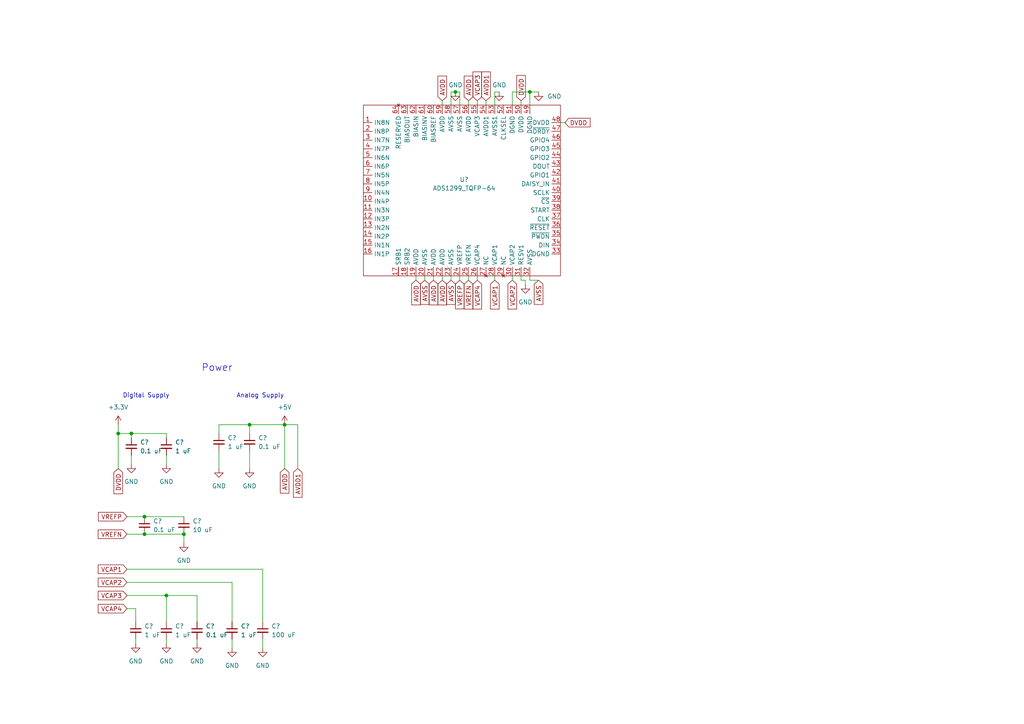
<source format=kicad_sch>
(kicad_sch (version 20211123) (generator eeschema)
  (paper "A4")
  (lib_symbols
    (symbol "ADC:ADS1299_TQFP-64"
      (property "Reference" "U" (at -2.54 -2.54 0))
      (property "Value" "ADS1299_TQFP-64" (at 0 3.81 0))
      (symbol "ADS1299_TQFP-64_0_1"
        (rectangle (start -29.21 24.13) (end 27.94 -25.4))
      )
      (symbol "ADS1299_TQFP-64_1_1"
        (pin input line (at -19.05 -25.4 90) (length 2.54) (name "") (number ""))
        (pin input line (at -29.21 19.05 0) (length 2.54) (name "IN8N") (number "1"))
        (pin input line (at -29.21 -3.81 0) (length 2.54) (name "IN4P") (number "10"))
        (pin input line (at -29.21 -6.35 0) (length 2.54) (name "IN3N") (number "11"))
        (pin input line (at -29.21 -8.89 0) (length 2.54) (name "IN3P") (number "12"))
        (pin input line (at -29.21 -11.43 0) (length 2.54) (name "IN2N") (number "13"))
        (pin input line (at -29.21 -13.97 0) (length 2.54) (name "IN2P") (number "14"))
        (pin input line (at -29.21 -16.51 0) (length 2.54) (name "IN1N") (number "15"))
        (pin input line (at -29.21 -19.05 0) (length 2.54) (name "IN1P") (number "16"))
        (pin input line (at -19.05 -25.4 90) (length 2.54) (name "SRB1") (number "17"))
        (pin input line (at -16.51 -25.4 90) (length 2.54) (name "SRB2") (number "18"))
        (pin input line (at -13.97 -25.4 90) (length 2.54) (name "AVDD") (number "19"))
        (pin input line (at -29.21 16.51 0) (length 2.54) (name "IN8P") (number "2"))
        (pin input line (at -11.43 -25.4 90) (length 2.54) (name "AVSS") (number "20"))
        (pin input line (at -8.89 -25.4 90) (length 2.54) (name "AVDD") (number "21"))
        (pin input line (at -6.35 -25.4 90) (length 2.54) (name "AVDD") (number "22"))
        (pin input line (at -3.81 -25.4 90) (length 2.54) (name "AVSS") (number "23"))
        (pin input line (at -1.27 -25.4 90) (length 2.54) (name "VREFP") (number "24"))
        (pin input line (at 1.27 -25.4 90) (length 2.54) (name "VREFN") (number "25"))
        (pin input line (at 3.81 -25.4 90) (length 2.54) (name "VCAP4") (number "26"))
        (pin no_connect line (at 6.35 -25.4 90) (length 2.54) (name "NC") (number "27"))
        (pin input line (at 8.89 -25.4 90) (length 2.54) (name "VCAP1") (number "28"))
        (pin no_connect line (at 11.43 -25.4 90) (length 2.54) (name "NC") (number "29"))
        (pin input line (at -29.21 13.97 0) (length 2.54) (name "IN7N") (number "3"))
        (pin input line (at 13.97 -25.4 90) (length 2.54) (name "VCAP2") (number "30"))
        (pin input line (at 16.51 -25.4 90) (length 2.54) (name "RESV1") (number "31"))
        (pin input line (at 19.05 -25.4 90) (length 2.54) (name "AVSS") (number "32"))
        (pin input line (at 27.94 -19.05 180) (length 2.54) (name "DGND") (number "33"))
        (pin input line (at 27.94 -16.51 180) (length 2.54) (name "DIN") (number "34"))
        (pin input line (at 27.94 -13.97 180) (length 2.54) (name "~{PWDN}") (number "35"))
        (pin input line (at 27.94 -11.43 180) (length 2.54) (name "~{RESET}") (number "36"))
        (pin input line (at 27.94 -8.89 180) (length 2.54) (name "CLK") (number "37"))
        (pin input line (at 27.94 -6.35 180) (length 2.54) (name "START") (number "38"))
        (pin input line (at 27.94 -3.81 180) (length 2.54) (name "~{CS}") (number "39"))
        (pin input line (at -29.21 11.43 0) (length 2.54) (name "IN7P") (number "4"))
        (pin input line (at 27.94 -1.27 180) (length 2.54) (name "SCLK") (number "40"))
        (pin input line (at 27.94 1.27 180) (length 2.54) (name "DAISY_IN") (number "41"))
        (pin bidirectional line (at 27.94 3.81 180) (length 2.54) (name "GPIO1") (number "42"))
        (pin output line (at 27.94 6.35 180) (length 2.54) (name "DOUT") (number "43"))
        (pin bidirectional line (at 27.94 8.89 180) (length 2.54) (name "GPIO2") (number "44"))
        (pin bidirectional line (at 27.94 11.43 180) (length 2.54) (name "GPIO3") (number "45"))
        (pin bidirectional line (at 27.94 13.97 180) (length 2.54) (name "GPIO4") (number "46"))
        (pin input line (at 27.94 16.51 180) (length 2.54) (name "~{DRDY}") (number "47"))
        (pin input line (at 27.94 19.05 180) (length 2.54) (name "DVDD") (number "48"))
        (pin input line (at 19.05 24.13 270) (length 2.54) (name "DGND") (number "49"))
        (pin input line (at -29.21 8.89 0) (length 2.54) (name "IN6N") (number "5"))
        (pin input line (at 16.51 24.13 270) (length 2.54) (name "DVDD") (number "50"))
        (pin input line (at 13.97 24.13 270) (length 2.54) (name "DGND") (number "51"))
        (pin input line (at 11.43 24.13 270) (length 2.54) (name "CLKSEL") (number "52"))
        (pin input line (at 8.89 24.13 270) (length 2.54) (name "AVSS1") (number "53"))
        (pin input line (at 6.35 24.13 270) (length 2.54) (name "AVDD1") (number "54"))
        (pin input line (at 3.81 24.13 270) (length 2.54) (name "VCAP3") (number "55"))
        (pin input line (at 1.27 24.13 270) (length 2.54) (name "AVDD") (number "56"))
        (pin input line (at -1.27 24.13 270) (length 2.54) (name "AVSS") (number "57"))
        (pin input line (at -3.81 24.13 270) (length 2.54) (name "AVSS") (number "58"))
        (pin input line (at -6.35 24.13 270) (length 2.54) (name "AVDD") (number "59"))
        (pin input line (at -29.21 6.35 0) (length 2.54) (name "IN6P") (number "6"))
        (pin input line (at -8.89 24.13 270) (length 2.54) (name "BIASREF") (number "60"))
        (pin input line (at -11.43 24.13 270) (length 2.54) (name "BIASINV") (number "61"))
        (pin input line (at -13.97 24.13 270) (length 2.54) (name "BIASIN") (number "62"))
        (pin output line (at -16.51 24.13 270) (length 2.54) (name "BIASOUT") (number "63"))
        (pin no_connect line (at -19.05 24.13 270) (length 2.54) (name "RESERVED") (number "64"))
        (pin input line (at -29.21 3.81 0) (length 2.54) (name "IN5N") (number "7"))
        (pin input line (at -29.21 1.27 0) (length 2.54) (name "IN5P") (number "8"))
        (pin input line (at -29.21 -1.27 0) (length 2.54) (name "IN4N") (number "9"))
      )
    )
    (symbol "Device:C_Small" (pin_numbers hide) (pin_names (offset 0.254) hide)
      (property "Reference" "C" (at 0.254 1.778 0))
      (property "Value" "C_Small" (at 0.254 -2.032 0))
      (symbol "C_Small_0_1"
        (polyline (pts (xy -1.524 -0.508) (xy 1.524 -0.508)) (stroke (width 0.3302)))
        (polyline (pts (xy -1.524 0.508) (xy 1.524 0.508)) (stroke (width 0.3048)))
      )
      (symbol "C_Small_1_1"
        (pin passive line (at 0 2.54 270) (length 2.032) (name "~") (number "1"))
        (pin passive line (at 0 -2.54 90) (length 2.032) (name "~") (number "2"))
      )
    )
    (symbol "power:+3.3V" (power) (pin_names (offset 0))
      (property "Value" "+3.3V" (at 0 3.556 0))
      (symbol "+3.3V_0_1"
        (polyline (pts (xy -0.762 1.27) (xy 0 2.54)))
        (polyline (pts (xy 0 0) (xy 0 2.54)))
        (polyline (pts (xy 0 2.54) (xy 0.762 1.27)))
      )
      (symbol "+3.3V_1_1"
        (pin power_in line (at 0 0 90) (length 0) hide (name "+3.3V") (number "1"))
      )
    )
    (symbol "power:+5V" (power) (pin_names (offset 0))
      (property "Value" "+5V" (at 0 3.556 0))
      (symbol "+5V_0_1"
        (polyline (pts (xy -0.762 1.27) (xy 0 2.54)))
        (polyline (pts (xy 0 0) (xy 0 2.54)))
        (polyline (pts (xy 0 2.54) (xy 0.762 1.27)))
      )
      (symbol "+5V_1_1"
        (pin power_in line (at 0 0 90) (length 0) hide (name "+5V") (number "1"))
      )
    )
    (symbol "power:GND" (power) (pin_names (offset 0))
      (property "Value" "GND" (at 0 -3.81 0))
      (symbol "GND_0_1"
        (polyline (pts (xy 0 0) (xy 0 -1.27) (xy 1.27 -1.27) (xy 0 -2.54) (xy -1.27 -1.27) (xy 0 -1.27)))
      )
      (symbol "GND_1_1"
        (pin power_in line (at 0 0 270) (length 0) hide (name "GND") (number "1"))
      )
    )
  )
  (junction (at 153.67 26.67))
  (junction (at 34.29 125.73))
  (junction (at 38.1 125.73))
  (junction (at 41.91 149.86))
  (junction (at 53.34 154.94))
  (junction (at 72.39 123.19))
  (junction (at 132.08 26.67))
  (junction (at 82.55 123.19))
  (junction (at 48.26 172.72))
  (junction (at 41.91 154.94))
  (wire (pts (xy 34.29 125.73) (xy 38.1 125.73)))
  (wire (pts (xy 130.81 26.67) (xy 130.81 30.48)))
  (wire (pts (xy 36.83 172.72) (xy 48.26 172.72)))
  (wire (pts (xy 140.97 29.21) (xy 140.97 30.48)))
  (wire (pts (xy 120.65 80.01) (xy 120.65 81.28)))
  (wire (pts (xy 128.27 80.01) (xy 128.27 81.28)))
  (wire (pts (xy 48.26 132.08) (xy 48.26 134.62)))
  (wire (pts (xy 67.31 168.91) (xy 67.31 180.34)))
  (wire (pts (xy 153.67 81.28) (xy 153.67 80.01)))
  (wire (pts (xy 36.83 176.53) (xy 39.37 176.53)))
  (wire (pts (xy 125.73 80.01) (xy 125.73 81.28)))
  (wire (pts (xy 48.26 185.42) (xy 48.26 186.69)))
  (wire (pts (xy 86.36 123.19) (xy 86.36 135.89)))
  (wire (pts (xy 133.35 26.67) (xy 133.35 30.48)))
  (wire (pts (xy 128.27 29.21) (xy 128.27 30.48)))
  (wire (pts (xy 36.83 154.94) (xy 41.91 154.94)))
  (wire (pts (xy 148.59 80.01) (xy 148.59 81.28)))
  (wire (pts (xy 82.55 123.19) (xy 86.36 123.19)))
  (wire (pts (xy 133.35 26.67) (xy 132.08 26.67)))
  (wire (pts (xy 34.29 123.19) (xy 34.29 125.73)))
  (wire (pts (xy 36.83 165.1) (xy 76.2 165.1)))
  (wire (pts (xy 38.1 132.08) (xy 38.1 134.62)))
  (wire (pts (xy 48.26 125.73) (xy 48.26 127)))
  (wire (pts (xy 143.51 80.01) (xy 143.51 81.28)))
  (wire (pts (xy 151.13 81.28) (xy 151.13 80.01)))
  (wire (pts (xy 36.83 149.86) (xy 41.91 149.86)))
  (wire (pts (xy 34.29 125.73) (xy 34.29 135.89)))
  (wire (pts (xy 143.51 26.67) (xy 143.51 30.48)))
  (wire (pts (xy 123.19 80.01) (xy 123.19 81.28)))
  (wire (pts (xy 143.51 26.67) (xy 144.78 26.67)))
  (wire (pts (xy 53.34 154.94) (xy 53.34 157.48)))
  (wire (pts (xy 133.35 80.01) (xy 133.35 81.28)))
  (wire (pts (xy 148.59 26.67) (xy 153.67 26.67)))
  (wire (pts (xy 41.91 149.86) (xy 53.34 149.86)))
  (wire (pts (xy 162.56 35.56) (xy 163.83 35.56)))
  (wire (pts (xy 36.83 168.91) (xy 67.31 168.91)))
  (wire (pts (xy 130.81 26.67) (xy 132.08 26.67)))
  (wire (pts (xy 67.31 185.42) (xy 67.31 187.96)))
  (wire (pts (xy 72.39 123.19) (xy 63.5 123.19)))
  (wire (pts (xy 151.13 29.21) (xy 151.13 30.48)))
  (wire (pts (xy 39.37 185.42) (xy 39.37 186.69)))
  (wire (pts (xy 76.2 185.42) (xy 76.2 187.96)))
  (wire (pts (xy 39.37 176.53) (xy 39.37 180.34)))
  (wire (pts (xy 72.39 123.19) (xy 72.39 125.73)))
  (wire (pts (xy 48.26 172.72) (xy 57.15 172.72)))
  (wire (pts (xy 153.67 81.28) (xy 156.21 81.28)))
  (wire (pts (xy 152.4 81.28) (xy 152.4 82.55)))
  (wire (pts (xy 130.81 80.01) (xy 130.81 81.28)))
  (wire (pts (xy 138.43 80.01) (xy 138.43 81.28)))
  (wire (pts (xy 138.43 29.21) (xy 138.43 30.48)))
  (wire (pts (xy 76.2 165.1) (xy 76.2 180.34)))
  (wire (pts (xy 82.55 123.19) (xy 82.55 135.89)))
  (wire (pts (xy 72.39 130.81) (xy 72.39 135.89)))
  (wire (pts (xy 38.1 125.73) (xy 38.1 127)))
  (wire (pts (xy 48.26 172.72) (xy 48.26 180.34)))
  (wire (pts (xy 153.67 26.67) (xy 156.21 26.67)))
  (wire (pts (xy 135.89 29.21) (xy 135.89 30.48)))
  (wire (pts (xy 82.55 123.19) (xy 72.39 123.19)))
  (wire (pts (xy 57.15 185.42) (xy 57.15 186.69)))
  (wire (pts (xy 57.15 172.72) (xy 57.15 180.34)))
  (wire (pts (xy 151.13 81.28) (xy 152.4 81.28)))
  (wire (pts (xy 63.5 123.19) (xy 63.5 125.73)))
  (wire (pts (xy 41.91 154.94) (xy 53.34 154.94)))
  (wire (pts (xy 38.1 125.73) (xy 48.26 125.73)))
  (wire (pts (xy 153.67 26.67) (xy 153.67 30.48)))
  (wire (pts (xy 135.89 80.01) (xy 135.89 81.28)))
  (wire (pts (xy 148.59 26.67) (xy 148.59 30.48)))
  (wire (pts (xy 63.5 130.81) (xy 63.5 135.89)))
  (text "Analog Supply\n" (at 68.58 115.57 0) (effects (font (size 1.27 1.27)) (justify left bottom)))
  (text "Power" (at 58.42 107.95 0) (effects (font (size 2 2)) (justify left bottom)))
  (text "Digital Supply\n" (at 35.56 115.57 0) (effects (font (size 1.27 1.27)) (justify left bottom)))
  (global_label "DVDD" (shape input) (at 151.13 29.21 90) (property "Intersheet References" "${INTERSHEET_REFS}" (effects hide)))
  (global_label "VCAP3" (shape input) (at 138.43 29.21 90) (property "Intersheet References" "${INTERSHEET_REFS}" (effects hide)))
  (global_label "AVDD" (shape input) (at 82.55 135.89 270) (property "Intersheet References" "${INTERSHEET_REFS}" (effects hide)))
  (global_label "VCAP3" (shape input) (at 36.83 172.72 180) (property "Intersheet References" "${INTERSHEET_REFS}" (effects hide)))
  (global_label "AVSS" (shape input) (at 123.19 81.28 270) (property "Intersheet References" "${INTERSHEET_REFS}" (effects hide)))
  (global_label "VREFP" (shape input) (at 133.35 81.28 270) (property "Intersheet References" "${INTERSHEET_REFS}" (effects hide)))
  (global_label "AVDD" (shape input) (at 125.73 81.28 270) (property "Intersheet References" "${INTERSHEET_REFS}" (effects hide)))
  (global_label "VCAP2" (shape input) (at 148.59 81.28 270) (property "Intersheet References" "${INTERSHEET_REFS}" (effects hide)))
  (global_label "AVSS" (shape input) (at 156.21 81.28 270) (property "Intersheet References" "${INTERSHEET_REFS}" (effects hide)))
  (global_label "VCAP2" (shape input) (at 36.83 168.91 180) (property "Intersheet References" "${INTERSHEET_REFS}" (effects hide)))
  (global_label "AVDD" (shape input) (at 128.27 29.21 90) (property "Intersheet References" "${INTERSHEET_REFS}" (effects hide)))
  (global_label "VREFP" (shape input) (at 36.83 149.86 180) (property "Intersheet References" "${INTERSHEET_REFS}" (effects hide)))
  (global_label "VCAP1" (shape input) (at 143.51 81.28 270) (property "Intersheet References" "${INTERSHEET_REFS}" (effects hide)))
  (global_label "AVDD1" (shape input) (at 86.36 135.89 270) (property "Intersheet References" "${INTERSHEET_REFS}" (effects hide)))
  (global_label "AVDD1" (shape input) (at 140.97 29.21 90) (property "Intersheet References" "${INTERSHEET_REFS}" (effects hide)))
  (global_label "VCAP4" (shape input) (at 36.83 176.53 180) (property "Intersheet References" "${INTERSHEET_REFS}" (effects hide)))
  (global_label "AVDD" (shape input) (at 135.89 29.21 90) (property "Intersheet References" "${INTERSHEET_REFS}" (effects hide)))
  (global_label "VREFN" (shape input) (at 36.83 154.94 180) (property "Intersheet References" "${INTERSHEET_REFS}" (effects hide)))
  (global_label "VREFN" (shape input) (at 135.89 81.28 270) (property "Intersheet References" "${INTERSHEET_REFS}" (effects hide)))
  (global_label "AVDD" (shape input) (at 120.65 81.28 270) (property "Intersheet References" "${INTERSHEET_REFS}" (effects hide)))
  (global_label "VCAP4" (shape input) (at 138.43 81.28 270) (property "Intersheet References" "${INTERSHEET_REFS}" (effects hide)))
  (global_label "VCAP1" (shape input) (at 36.83 165.1 180) (property "Intersheet References" "${INTERSHEET_REFS}" (effects hide)))
  (global_label "AVSS" (shape input) (at 130.81 81.28 270) (property "Intersheet References" "${INTERSHEET_REFS}" (effects hide)))
  (global_label "AVDD" (shape input) (at 128.27 81.28 270) (property "Intersheet References" "${INTERSHEET_REFS}" (effects hide)))
  (global_label "DVDD" (shape input) (at 163.83 35.56 0) (property "Intersheet References" "${INTERSHEET_REFS}" (effects hide)))
  (global_label "DVDD" (shape input) (at 34.29 135.89 270) (property "Intersheet References" "${INTERSHEET_REFS}" (effects hide)))
  (symbol (lib_id "Device:C_Small") (at 41.91 152.4 0) (unit 1)
    (property "Reference" "C?" (at 44.45 151.1362 0) (effects (justify left)))
    (property "Value" "0.1 uF" (at 44.45 153.6762 0) (effects (justify left)))
  )
  (symbol (lib_id "Device:C_Small") (at 53.34 152.4 0) (unit 1)
    (property "Reference" "C?" (at 55.88 151.1362 0) (effects (justify left)))
    (property "Value" "10 uF" (at 55.88 153.6762 0) (effects (justify left)))
  )
  (symbol (lib_id "power:GND") (at 72.39 135.89 0) (unit 1)
    (property "Reference" "#PWR?" (effects hide))
    (property "Value" "GND" (at 72.39 140.97 0))
  )
  (symbol (lib_id "power:GND") (at 144.78 26.67 0) (unit 1)
    (property "Reference" "#PWR?" (effects hide))
    (property "Value" "GND" (at 142.7759 24.6594 0) (effects (justify left)))
  )
  (symbol (lib_id "Device:C_Small") (at 57.15 182.88 0) (unit 1)
    (property "Reference" "C?" (at 59.69 181.6162 0) (effects (justify left)))
    (property "Value" "0.1 uF" (at 59.69 184.1562 0) (effects (justify left)))
  )
  (symbol (lib_id "power:GND") (at 132.08 26.67 0) (unit 1)
    (property "Reference" "#PWR?" (effects hide))
    (property "Value" "GND" (at 130.0759 24.6594 0) (effects (justify left)))
  )
  (symbol (lib_id "Device:C_Small") (at 48.26 182.88 0) (unit 1)
    (property "Reference" "C?" (at 50.8 181.6162 0) (effects (justify left)))
    (property "Value" "1 uF" (at 50.8 184.1562 0) (effects (justify left)))
  )
  (symbol (lib_id "Device:C_Small") (at 63.5 128.27 0) (unit 1)
    (property "Reference" "C?" (at 66.04 127.0062 0) (effects (justify left)))
    (property "Value" "1 uF" (at 66.04 129.5462 0) (effects (justify left)))
  )
  (symbol (lib_id "power:GND") (at 39.37 186.69 0) (unit 1)
    (property "Reference" "#PWR?" (effects hide))
    (property "Value" "GND" (at 39.37 191.77 0))
  )
  (symbol (lib_id "power:GND") (at 67.31 187.96 0) (unit 1)
    (property "Reference" "#PWR?" (effects hide))
    (property "Value" "GND" (at 67.31 193.04 0))
  )
  (symbol (lib_id "power:GND") (at 48.26 186.69 0) (unit 1)
    (property "Reference" "#PWR?" (effects hide))
    (property "Value" "GND" (at 48.26 191.77 0))
  )
  (symbol (lib_id "power:GND") (at 76.2 187.96 0) (unit 1)
    (property "Reference" "#PWR?" (effects hide))
    (property "Value" "GND" (at 76.2 193.04 0))
  )
  (symbol (lib_id "Device:C_Small") (at 76.2 182.88 0) (unit 1)
    (property "Reference" "C?" (at 78.74 181.6162 0) (effects (justify left)))
    (property "Value" "100 uF" (at 78.74 184.1562 0) (effects (justify left)))
  )
  (symbol (lib_id "power:GND") (at 38.1 134.62 0) (unit 1)
    (property "Reference" "#PWR?" (effects hide))
    (property "Value" "GND" (at 38.1 139.7 0))
  )
  (symbol (lib_id "power:+5V") (at 82.55 123.19 0) (unit 1)
    (property "Reference" "#PWR?" (effects hide))
    (property "Value" "+5V" (at 82.55 118.11 0))
  )
  (symbol (lib_id "ADC:ADS1299_TQFP-64") (at 134.62 54.61 0) (unit 1)
    (property "Reference" "U?" (at 134.62 52.07 0))
    (property "Value" "ADS1299_TQFP-64" (at 134.62 54.61 0))
  )
  (symbol (lib_id "Device:C_Small") (at 38.1 129.54 0) (unit 1)
    (property "Reference" "C?" (at 40.64 128.2762 0) (effects (justify left)))
    (property "Value" "0.1 uF" (at 40.64 130.8162 0) (effects (justify left)))
  )
  (symbol (lib_id "power:GND") (at 53.34 157.48 0) (unit 1)
    (property "Reference" "#PWR?" (effects hide))
    (property "Value" "GND" (at 53.34 162.56 0))
  )
  (symbol (lib_id "Device:C_Small") (at 39.37 182.88 0) (unit 1)
    (property "Reference" "C?" (at 41.91 181.6162 0) (effects (justify left)))
    (property "Value" "1 uF" (at 41.91 184.1562 0) (effects (justify left)))
  )
  (symbol (lib_id "power:GND") (at 63.5 135.89 0) (unit 1)
    (property "Reference" "#PWR?" (effects hide))
    (property "Value" "GND" (at 63.5 140.97 0))
  )
  (symbol (lib_id "Device:C_Small") (at 67.31 182.88 0) (unit 1)
    (property "Reference" "C?" (at 69.85 181.6162 0) (effects (justify left)))
    (property "Value" "1 uF" (at 69.85 184.1562 0) (effects (justify left)))
  )
  (symbol (lib_id "Device:C_Small") (at 48.26 129.54 0) (unit 1)
    (property "Reference" "C?" (at 50.8 128.2762 0) (effects (justify left)))
    (property "Value" "1 uF" (at 50.8 130.8162 0) (effects (justify left)))
  )
  (symbol (lib_id "power:GND") (at 152.4 82.55 0) (unit 1)
    (property "Reference" "#PWR?" (effects hide))
    (property "Value" "GND" (at 152.4 87.63 0))
  )
  (symbol (lib_id "power:GND") (at 57.15 186.69 0) (unit 1)
    (property "Reference" "#PWR?" (effects hide))
    (property "Value" "GND" (at 57.15 191.77 0))
  )
  (symbol (lib_id "power:+3.3V") (at 34.29 123.19 0) (unit 1)
    (property "Reference" "#PWR?" (effects hide))
    (property "Value" "+3.3V" (at 34.29 118.11 0))
  )
  (symbol (lib_id "power:GND") (at 156.21 26.67 0) (unit 1)
    (property "Reference" "#PWR?" (effects hide))
    (property "Value" "GND" (at 158.75 27.9399 0) (effects (justify left)))
  )
  (symbol (lib_id "power:GND") (at 48.26 134.62 0) (unit 1)
    (property "Reference" "#PWR?" (effects hide))
    (property "Value" "GND" (at 48.26 139.7 0))
  )
  (symbol (lib_id "Device:C_Small") (at 72.39 128.27 0) (unit 1)
    (property "Reference" "C?" (at 74.93 127.0062 0) (effects (justify left)))
    (property "Value" "0.1 uF" (at 74.93 129.5462 0) (effects (justify left)))
  )
)
</source>
